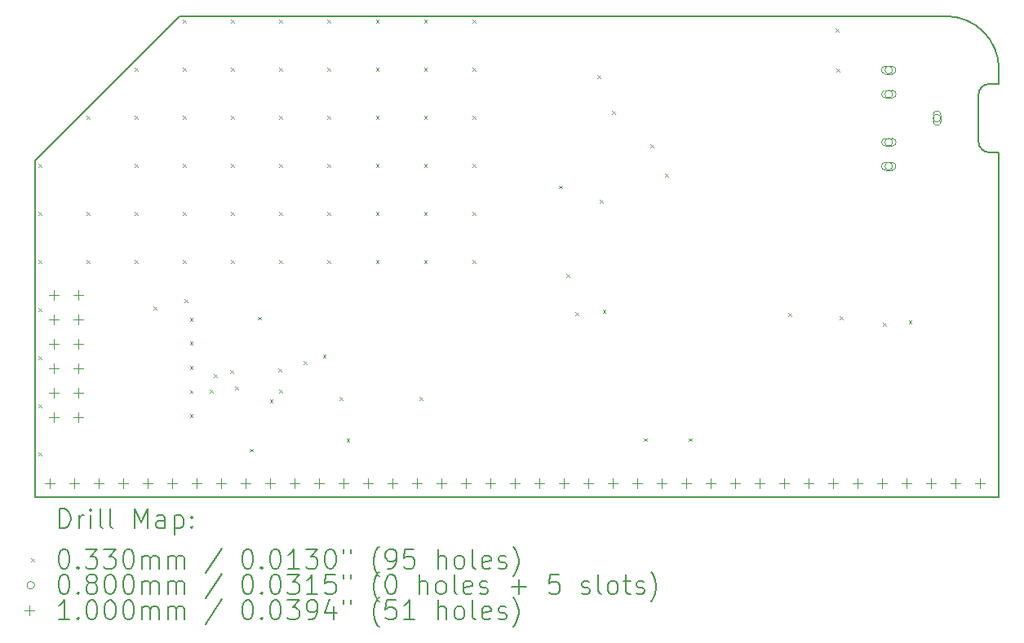
<source format=gbr>
%TF.GenerationSoftware,KiCad,Pcbnew,9.0.1+1*%
%TF.CreationDate,2025-08-31T09:06:52+00:00*%
%TF.ProjectId,rcbus-ymf262,72636275-732d-4796-9d66-3236322e6b69,@version@*%
%TF.SameCoordinates,Original*%
%TF.FileFunction,Drillmap*%
%TF.FilePolarity,Positive*%
%FSLAX45Y45*%
G04 Gerber Fmt 4.5, Leading zero omitted, Abs format (unit mm)*
G04 Created by KiCad (PCBNEW 9.0.1+1) date 2025-08-31 09:06:52*
%MOMM*%
%LPD*%
G01*
G04 APERTURE LIST*
%ADD10C,0.150000*%
%ADD11C,0.200000*%
%ADD12C,0.100000*%
G04 APERTURE END LIST*
D10*
X15836900Y-12268200D02*
X15836900Y-12750800D01*
X16050000Y-12153900D02*
X16050000Y-12000000D01*
X15500000Y-11450000D02*
X7550000Y-11450000D01*
X15500000Y-11450000D02*
G75*
G02*
X16050000Y-12000000I0J-550000D01*
G01*
X16050000Y-12153900D02*
X15951200Y-12153900D01*
X16050000Y-12865100D02*
X15951200Y-12865100D01*
X6050000Y-12950000D02*
X7550000Y-11450000D01*
X6050000Y-12950000D02*
X6050000Y-16450000D01*
X15951200Y-12865100D02*
G75*
G02*
X15836900Y-12750800I0J114300D01*
G01*
X16050000Y-16450000D02*
X16050000Y-12865100D01*
X6050000Y-16450000D02*
X16050000Y-16450000D01*
X15836900Y-12268200D02*
G75*
G02*
X15951200Y-12153900I114300J0D01*
G01*
D11*
D12*
X6083490Y-12983490D02*
X6116510Y-13016510D01*
X6116510Y-12983490D02*
X6083490Y-13016510D01*
X6083490Y-13483490D02*
X6116510Y-13516510D01*
X6116510Y-13483490D02*
X6083490Y-13516510D01*
X6083490Y-13983490D02*
X6116510Y-14016510D01*
X6116510Y-13983490D02*
X6083490Y-14016510D01*
X6083490Y-14483490D02*
X6116510Y-14516510D01*
X6116510Y-14483490D02*
X6083490Y-14516510D01*
X6083490Y-14983490D02*
X6116510Y-15016510D01*
X6116510Y-14983490D02*
X6083490Y-15016510D01*
X6083490Y-15483490D02*
X6116510Y-15516510D01*
X6116510Y-15483490D02*
X6083490Y-15516510D01*
X6083490Y-15983490D02*
X6116510Y-16016510D01*
X6116510Y-15983490D02*
X6083490Y-16016510D01*
X6583490Y-12483490D02*
X6616510Y-12516510D01*
X6616510Y-12483490D02*
X6583490Y-12516510D01*
X6583490Y-13483490D02*
X6616510Y-13516510D01*
X6616510Y-13483490D02*
X6583490Y-13516510D01*
X6583490Y-13983490D02*
X6616510Y-14016510D01*
X6616510Y-13983490D02*
X6583490Y-14016510D01*
X7083490Y-11983490D02*
X7116510Y-12016510D01*
X7116510Y-11983490D02*
X7083490Y-12016510D01*
X7083490Y-12483490D02*
X7116510Y-12516510D01*
X7116510Y-12483490D02*
X7083490Y-12516510D01*
X7083490Y-12983490D02*
X7116510Y-13016510D01*
X7116510Y-12983490D02*
X7083490Y-13016510D01*
X7083490Y-13483490D02*
X7116510Y-13516510D01*
X7116510Y-13483490D02*
X7083490Y-13516510D01*
X7083490Y-13983490D02*
X7116510Y-14016510D01*
X7116510Y-13983490D02*
X7083490Y-14016510D01*
X7279150Y-14464970D02*
X7312170Y-14497990D01*
X7312170Y-14464970D02*
X7279150Y-14497990D01*
X7583490Y-11483490D02*
X7616510Y-11516510D01*
X7616510Y-11483490D02*
X7583490Y-11516510D01*
X7583490Y-11983490D02*
X7616510Y-12016510D01*
X7616510Y-11983490D02*
X7583490Y-12016510D01*
X7583490Y-12483490D02*
X7616510Y-12516510D01*
X7616510Y-12483490D02*
X7583490Y-12516510D01*
X7583490Y-12983490D02*
X7616510Y-13016510D01*
X7616510Y-12983490D02*
X7583490Y-13016510D01*
X7583490Y-13483490D02*
X7616510Y-13516510D01*
X7616510Y-13483490D02*
X7583490Y-13516510D01*
X7583490Y-13983490D02*
X7616510Y-14016510D01*
X7616510Y-13983490D02*
X7583490Y-14016510D01*
X7597792Y-14389188D02*
X7630812Y-14422208D01*
X7630812Y-14389188D02*
X7597792Y-14422208D01*
X7653490Y-14583490D02*
X7686510Y-14616510D01*
X7686510Y-14583490D02*
X7653490Y-14616510D01*
X7653490Y-14833490D02*
X7686510Y-14866510D01*
X7686510Y-14833490D02*
X7653490Y-14866510D01*
X7653490Y-15083490D02*
X7686510Y-15116510D01*
X7686510Y-15083490D02*
X7653490Y-15116510D01*
X7653490Y-15333490D02*
X7686510Y-15366510D01*
X7686510Y-15333490D02*
X7653490Y-15366510D01*
X7653490Y-15583490D02*
X7686510Y-15616510D01*
X7686510Y-15583490D02*
X7653490Y-15616510D01*
X7864014Y-15330666D02*
X7897034Y-15363686D01*
X7897034Y-15330666D02*
X7864014Y-15363686D01*
X7901166Y-15171575D02*
X7934186Y-15204595D01*
X7934186Y-15171575D02*
X7901166Y-15204595D01*
X8070916Y-15128933D02*
X8103936Y-15161953D01*
X8103936Y-15128933D02*
X8070916Y-15161953D01*
X8083490Y-11483490D02*
X8116510Y-11516510D01*
X8116510Y-11483490D02*
X8083490Y-11516510D01*
X8083490Y-11983490D02*
X8116510Y-12016510D01*
X8116510Y-11983490D02*
X8083490Y-12016510D01*
X8083490Y-12483490D02*
X8116510Y-12516510D01*
X8116510Y-12483490D02*
X8083490Y-12516510D01*
X8083490Y-12983490D02*
X8116510Y-13016510D01*
X8116510Y-12983490D02*
X8083490Y-13016510D01*
X8083490Y-13483490D02*
X8116510Y-13516510D01*
X8116510Y-13483490D02*
X8083490Y-13516510D01*
X8083490Y-13983490D02*
X8116510Y-14016510D01*
X8116510Y-13983490D02*
X8083490Y-14016510D01*
X8120312Y-15295312D02*
X8153332Y-15328332D01*
X8153332Y-15295312D02*
X8120312Y-15328332D01*
X8277230Y-15943490D02*
X8310250Y-15976510D01*
X8310250Y-15943490D02*
X8277230Y-15976510D01*
X8356597Y-14571680D02*
X8389617Y-14604700D01*
X8389617Y-14571680D02*
X8356597Y-14604700D01*
X8483490Y-15428490D02*
X8516510Y-15461510D01*
X8516510Y-15428490D02*
X8483490Y-15461510D01*
X8573081Y-15107490D02*
X8606101Y-15140510D01*
X8606101Y-15107490D02*
X8573081Y-15140510D01*
X8581870Y-15328470D02*
X8614890Y-15361490D01*
X8614890Y-15328470D02*
X8581870Y-15361490D01*
X8583490Y-11483490D02*
X8616510Y-11516510D01*
X8616510Y-11483490D02*
X8583490Y-11516510D01*
X8583490Y-11983490D02*
X8616510Y-12016510D01*
X8616510Y-11983490D02*
X8583490Y-12016510D01*
X8583490Y-12483490D02*
X8616510Y-12516510D01*
X8616510Y-12483490D02*
X8583490Y-12516510D01*
X8583490Y-12983490D02*
X8616510Y-13016510D01*
X8616510Y-12983490D02*
X8583490Y-13016510D01*
X8583490Y-13483490D02*
X8616510Y-13516510D01*
X8616510Y-13483490D02*
X8583490Y-13516510D01*
X8583490Y-13983490D02*
X8616510Y-14016510D01*
X8616510Y-13983490D02*
X8583490Y-14016510D01*
X8833490Y-15030970D02*
X8866510Y-15063990D01*
X8866510Y-15030970D02*
X8833490Y-15063990D01*
X9033490Y-14965250D02*
X9066510Y-14998270D01*
X9066510Y-14965250D02*
X9033490Y-14998270D01*
X9083490Y-11483490D02*
X9116510Y-11516510D01*
X9116510Y-11483490D02*
X9083490Y-11516510D01*
X9083490Y-11983490D02*
X9116510Y-12016510D01*
X9116510Y-11983490D02*
X9083490Y-12016510D01*
X9083490Y-12483490D02*
X9116510Y-12516510D01*
X9116510Y-12483490D02*
X9083490Y-12516510D01*
X9083490Y-12983490D02*
X9116510Y-13016510D01*
X9116510Y-12983490D02*
X9083490Y-13016510D01*
X9083490Y-13483490D02*
X9116510Y-13516510D01*
X9116510Y-13483490D02*
X9083490Y-13516510D01*
X9083490Y-13983490D02*
X9116510Y-14016510D01*
X9116510Y-13983490D02*
X9083490Y-14016510D01*
X9204750Y-15408490D02*
X9237770Y-15441510D01*
X9237770Y-15408490D02*
X9204750Y-15441510D01*
X9279052Y-15833860D02*
X9312072Y-15866880D01*
X9312072Y-15833860D02*
X9279052Y-15866880D01*
X9583490Y-11483490D02*
X9616510Y-11516510D01*
X9616510Y-11483490D02*
X9583490Y-11516510D01*
X9583490Y-11983490D02*
X9616510Y-12016510D01*
X9616510Y-11983490D02*
X9583490Y-12016510D01*
X9583490Y-12483490D02*
X9616510Y-12516510D01*
X9616510Y-12483490D02*
X9583490Y-12516510D01*
X9583490Y-12983490D02*
X9616510Y-13016510D01*
X9616510Y-12983490D02*
X9583490Y-13016510D01*
X9583490Y-13483490D02*
X9616510Y-13516510D01*
X9616510Y-13483490D02*
X9583490Y-13516510D01*
X9583490Y-13983490D02*
X9616510Y-14016510D01*
X9616510Y-13983490D02*
X9583490Y-14016510D01*
X10033490Y-15408490D02*
X10066510Y-15441510D01*
X10066510Y-15408490D02*
X10033490Y-15441510D01*
X10083490Y-11483490D02*
X10116510Y-11516510D01*
X10116510Y-11483490D02*
X10083490Y-11516510D01*
X10083490Y-11983490D02*
X10116510Y-12016510D01*
X10116510Y-11983490D02*
X10083490Y-12016510D01*
X10083490Y-12483490D02*
X10116510Y-12516510D01*
X10116510Y-12483490D02*
X10083490Y-12516510D01*
X10083490Y-12983490D02*
X10116510Y-13016510D01*
X10116510Y-12983490D02*
X10083490Y-13016510D01*
X10083490Y-13483490D02*
X10116510Y-13516510D01*
X10116510Y-13483490D02*
X10083490Y-13516510D01*
X10083490Y-13983490D02*
X10116510Y-14016510D01*
X10116510Y-13983490D02*
X10083490Y-14016510D01*
X10583490Y-11483490D02*
X10616510Y-11516510D01*
X10616510Y-11483490D02*
X10583490Y-11516510D01*
X10583490Y-11983490D02*
X10616510Y-12016510D01*
X10616510Y-11983490D02*
X10583490Y-12016510D01*
X10583490Y-12483490D02*
X10616510Y-12516510D01*
X10616510Y-12483490D02*
X10583490Y-12516510D01*
X10583490Y-12983490D02*
X10616510Y-13016510D01*
X10616510Y-12983490D02*
X10583490Y-13016510D01*
X10583490Y-13483490D02*
X10616510Y-13516510D01*
X10616510Y-13483490D02*
X10583490Y-13516510D01*
X10583490Y-13983490D02*
X10616510Y-14016510D01*
X10616510Y-13983490D02*
X10583490Y-14016510D01*
X11483490Y-13208490D02*
X11516510Y-13241510D01*
X11516510Y-13208490D02*
X11483490Y-13241510D01*
X11563490Y-14123490D02*
X11596510Y-14156510D01*
X11596510Y-14123490D02*
X11563490Y-14156510D01*
X11653490Y-14523490D02*
X11686510Y-14556510D01*
X11686510Y-14523490D02*
X11653490Y-14556510D01*
X11883490Y-12058490D02*
X11916510Y-12091510D01*
X11916510Y-12058490D02*
X11883490Y-12091510D01*
X11908490Y-13358490D02*
X11941510Y-13391510D01*
X11941510Y-13358490D02*
X11908490Y-13391510D01*
X11937231Y-14497863D02*
X11970251Y-14530883D01*
X11970251Y-14497863D02*
X11937231Y-14530883D01*
X12033490Y-12433490D02*
X12066510Y-12466510D01*
X12066510Y-12433490D02*
X12033490Y-12466510D01*
X12363490Y-15833490D02*
X12396510Y-15866510D01*
X12396510Y-15833490D02*
X12363490Y-15866510D01*
X12433490Y-12783490D02*
X12466510Y-12816510D01*
X12466510Y-12783490D02*
X12433490Y-12816510D01*
X12583490Y-13083490D02*
X12616510Y-13116510D01*
X12616510Y-13083490D02*
X12583490Y-13116510D01*
X12831990Y-15833490D02*
X12865010Y-15866510D01*
X12865010Y-15833490D02*
X12831990Y-15866510D01*
X13865230Y-14530300D02*
X13898250Y-14563320D01*
X13898250Y-14530300D02*
X13865230Y-14563320D01*
X14353700Y-11582240D02*
X14386720Y-11615260D01*
X14386720Y-11582240D02*
X14353700Y-11615260D01*
X14363490Y-11993490D02*
X14396510Y-12026510D01*
X14396510Y-11993490D02*
X14363490Y-12026510D01*
X14399560Y-14570490D02*
X14432580Y-14603510D01*
X14432580Y-14570490D02*
X14399560Y-14603510D01*
X14843080Y-14633920D02*
X14876100Y-14666940D01*
X14876100Y-14633920D02*
X14843080Y-14666940D01*
X15112880Y-14613020D02*
X15145900Y-14646040D01*
X15145900Y-14613020D02*
X15112880Y-14646040D01*
X14946900Y-12009500D02*
G75*
G02*
X14866900Y-12009500I-40000J0D01*
G01*
X14866900Y-12009500D02*
G75*
G02*
X14946900Y-12009500I40000J0D01*
G01*
X14941900Y-11969500D02*
X14871900Y-11969500D01*
X14871900Y-12049500D02*
G75*
G02*
X14871900Y-11969500I0J40000D01*
G01*
X14871900Y-12049500D02*
X14941900Y-12049500D01*
X14941900Y-12049500D02*
G75*
G03*
X14941900Y-11969500I0J40000D01*
G01*
X14946900Y-12259500D02*
G75*
G02*
X14866900Y-12259500I-40000J0D01*
G01*
X14866900Y-12259500D02*
G75*
G02*
X14946900Y-12259500I40000J0D01*
G01*
X14941900Y-12219500D02*
X14871900Y-12219500D01*
X14871900Y-12299500D02*
G75*
G02*
X14871900Y-12219500I0J40000D01*
G01*
X14871900Y-12299500D02*
X14941900Y-12299500D01*
X14941900Y-12299500D02*
G75*
G03*
X14941900Y-12219500I0J40000D01*
G01*
X14946900Y-12759500D02*
G75*
G02*
X14866900Y-12759500I-40000J0D01*
G01*
X14866900Y-12759500D02*
G75*
G02*
X14946900Y-12759500I40000J0D01*
G01*
X14941900Y-12719500D02*
X14871900Y-12719500D01*
X14871900Y-12799500D02*
G75*
G02*
X14871900Y-12719500I0J40000D01*
G01*
X14871900Y-12799500D02*
X14941900Y-12799500D01*
X14941900Y-12799500D02*
G75*
G03*
X14941900Y-12719500I0J40000D01*
G01*
X14946900Y-13009500D02*
G75*
G02*
X14866900Y-13009500I-40000J0D01*
G01*
X14866900Y-13009500D02*
G75*
G02*
X14946900Y-13009500I40000J0D01*
G01*
X14941900Y-12969500D02*
X14871900Y-12969500D01*
X14871900Y-13049500D02*
G75*
G02*
X14871900Y-12969500I0J40000D01*
G01*
X14871900Y-13049500D02*
X14941900Y-13049500D01*
X14941900Y-13049500D02*
G75*
G03*
X14941900Y-12969500I0J40000D01*
G01*
X15446900Y-12509500D02*
G75*
G02*
X15366900Y-12509500I-40000J0D01*
G01*
X15366900Y-12509500D02*
G75*
G02*
X15446900Y-12509500I40000J0D01*
G01*
X15446900Y-12544500D02*
X15446900Y-12474500D01*
X15366900Y-12474500D02*
G75*
G02*
X15446900Y-12474500I40000J0D01*
G01*
X15366900Y-12474500D02*
X15366900Y-12544500D01*
X15366900Y-12544500D02*
G75*
G03*
X15446900Y-12544500I40000J0D01*
G01*
X6200000Y-16250000D02*
X6200000Y-16350000D01*
X6150000Y-16300000D02*
X6250000Y-16300000D01*
X6246000Y-14296000D02*
X6246000Y-14396000D01*
X6196000Y-14346000D02*
X6296000Y-14346000D01*
X6246000Y-14550000D02*
X6246000Y-14650000D01*
X6196000Y-14600000D02*
X6296000Y-14600000D01*
X6246000Y-14804000D02*
X6246000Y-14904000D01*
X6196000Y-14854000D02*
X6296000Y-14854000D01*
X6246000Y-15058000D02*
X6246000Y-15158000D01*
X6196000Y-15108000D02*
X6296000Y-15108000D01*
X6246000Y-15312000D02*
X6246000Y-15412000D01*
X6196000Y-15362000D02*
X6296000Y-15362000D01*
X6246000Y-15566000D02*
X6246000Y-15666000D01*
X6196000Y-15616000D02*
X6296000Y-15616000D01*
X6454000Y-16250000D02*
X6454000Y-16350000D01*
X6404000Y-16300000D02*
X6504000Y-16300000D01*
X6500000Y-14296000D02*
X6500000Y-14396000D01*
X6450000Y-14346000D02*
X6550000Y-14346000D01*
X6500000Y-14550000D02*
X6500000Y-14650000D01*
X6450000Y-14600000D02*
X6550000Y-14600000D01*
X6500000Y-14804000D02*
X6500000Y-14904000D01*
X6450000Y-14854000D02*
X6550000Y-14854000D01*
X6500000Y-15058000D02*
X6500000Y-15158000D01*
X6450000Y-15108000D02*
X6550000Y-15108000D01*
X6500000Y-15312000D02*
X6500000Y-15412000D01*
X6450000Y-15362000D02*
X6550000Y-15362000D01*
X6500000Y-15566000D02*
X6500000Y-15666000D01*
X6450000Y-15616000D02*
X6550000Y-15616000D01*
X6708000Y-16250000D02*
X6708000Y-16350000D01*
X6658000Y-16300000D02*
X6758000Y-16300000D01*
X6962000Y-16250000D02*
X6962000Y-16350000D01*
X6912000Y-16300000D02*
X7012000Y-16300000D01*
X7216000Y-16250000D02*
X7216000Y-16350000D01*
X7166000Y-16300000D02*
X7266000Y-16300000D01*
X7470000Y-16250000D02*
X7470000Y-16350000D01*
X7420000Y-16300000D02*
X7520000Y-16300000D01*
X7724000Y-16250000D02*
X7724000Y-16350000D01*
X7674000Y-16300000D02*
X7774000Y-16300000D01*
X7978000Y-16250000D02*
X7978000Y-16350000D01*
X7928000Y-16300000D02*
X8028000Y-16300000D01*
X8232000Y-16250000D02*
X8232000Y-16350000D01*
X8182000Y-16300000D02*
X8282000Y-16300000D01*
X8486000Y-16250000D02*
X8486000Y-16350000D01*
X8436000Y-16300000D02*
X8536000Y-16300000D01*
X8740000Y-16250000D02*
X8740000Y-16350000D01*
X8690000Y-16300000D02*
X8790000Y-16300000D01*
X8994000Y-16250000D02*
X8994000Y-16350000D01*
X8944000Y-16300000D02*
X9044000Y-16300000D01*
X9248000Y-16250000D02*
X9248000Y-16350000D01*
X9198000Y-16300000D02*
X9298000Y-16300000D01*
X9502000Y-16250000D02*
X9502000Y-16350000D01*
X9452000Y-16300000D02*
X9552000Y-16300000D01*
X9756000Y-16250000D02*
X9756000Y-16350000D01*
X9706000Y-16300000D02*
X9806000Y-16300000D01*
X10010000Y-16250000D02*
X10010000Y-16350000D01*
X9960000Y-16300000D02*
X10060000Y-16300000D01*
X10264000Y-16250000D02*
X10264000Y-16350000D01*
X10214000Y-16300000D02*
X10314000Y-16300000D01*
X10518000Y-16250000D02*
X10518000Y-16350000D01*
X10468000Y-16300000D02*
X10568000Y-16300000D01*
X10772000Y-16250000D02*
X10772000Y-16350000D01*
X10722000Y-16300000D02*
X10822000Y-16300000D01*
X11026000Y-16250000D02*
X11026000Y-16350000D01*
X10976000Y-16300000D02*
X11076000Y-16300000D01*
X11280000Y-16250000D02*
X11280000Y-16350000D01*
X11230000Y-16300000D02*
X11330000Y-16300000D01*
X11534000Y-16250000D02*
X11534000Y-16350000D01*
X11484000Y-16300000D02*
X11584000Y-16300000D01*
X11788000Y-16250000D02*
X11788000Y-16350000D01*
X11738000Y-16300000D02*
X11838000Y-16300000D01*
X12042000Y-16250000D02*
X12042000Y-16350000D01*
X11992000Y-16300000D02*
X12092000Y-16300000D01*
X12296000Y-16250000D02*
X12296000Y-16350000D01*
X12246000Y-16300000D02*
X12346000Y-16300000D01*
X12550000Y-16250000D02*
X12550000Y-16350000D01*
X12500000Y-16300000D02*
X12600000Y-16300000D01*
X12804000Y-16250000D02*
X12804000Y-16350000D01*
X12754000Y-16300000D02*
X12854000Y-16300000D01*
X13058000Y-16250000D02*
X13058000Y-16350000D01*
X13008000Y-16300000D02*
X13108000Y-16300000D01*
X13312000Y-16250000D02*
X13312000Y-16350000D01*
X13262000Y-16300000D02*
X13362000Y-16300000D01*
X13566000Y-16250000D02*
X13566000Y-16350000D01*
X13516000Y-16300000D02*
X13616000Y-16300000D01*
X13820000Y-16250000D02*
X13820000Y-16350000D01*
X13770000Y-16300000D02*
X13870000Y-16300000D01*
X14074000Y-16250000D02*
X14074000Y-16350000D01*
X14024000Y-16300000D02*
X14124000Y-16300000D01*
X14328000Y-16250000D02*
X14328000Y-16350000D01*
X14278000Y-16300000D02*
X14378000Y-16300000D01*
X14582000Y-16250000D02*
X14582000Y-16350000D01*
X14532000Y-16300000D02*
X14632000Y-16300000D01*
X14836000Y-16250000D02*
X14836000Y-16350000D01*
X14786000Y-16300000D02*
X14886000Y-16300000D01*
X15090000Y-16250000D02*
X15090000Y-16350000D01*
X15040000Y-16300000D02*
X15140000Y-16300000D01*
X15344000Y-16250000D02*
X15344000Y-16350000D01*
X15294000Y-16300000D02*
X15394000Y-16300000D01*
X15598000Y-16250000D02*
X15598000Y-16350000D01*
X15548000Y-16300000D02*
X15648000Y-16300000D01*
X15852000Y-16250000D02*
X15852000Y-16350000D01*
X15802000Y-16300000D02*
X15902000Y-16300000D01*
D11*
X6303277Y-16768984D02*
X6303277Y-16568984D01*
X6303277Y-16568984D02*
X6350896Y-16568984D01*
X6350896Y-16568984D02*
X6379467Y-16578508D01*
X6379467Y-16578508D02*
X6398515Y-16597555D01*
X6398515Y-16597555D02*
X6408039Y-16616603D01*
X6408039Y-16616603D02*
X6417562Y-16654698D01*
X6417562Y-16654698D02*
X6417562Y-16683269D01*
X6417562Y-16683269D02*
X6408039Y-16721365D01*
X6408039Y-16721365D02*
X6398515Y-16740412D01*
X6398515Y-16740412D02*
X6379467Y-16759460D01*
X6379467Y-16759460D02*
X6350896Y-16768984D01*
X6350896Y-16768984D02*
X6303277Y-16768984D01*
X6503277Y-16768984D02*
X6503277Y-16635650D01*
X6503277Y-16673746D02*
X6512801Y-16654698D01*
X6512801Y-16654698D02*
X6522324Y-16645174D01*
X6522324Y-16645174D02*
X6541372Y-16635650D01*
X6541372Y-16635650D02*
X6560420Y-16635650D01*
X6627086Y-16768984D02*
X6627086Y-16635650D01*
X6627086Y-16568984D02*
X6617562Y-16578508D01*
X6617562Y-16578508D02*
X6627086Y-16588031D01*
X6627086Y-16588031D02*
X6636610Y-16578508D01*
X6636610Y-16578508D02*
X6627086Y-16568984D01*
X6627086Y-16568984D02*
X6627086Y-16588031D01*
X6750896Y-16768984D02*
X6731848Y-16759460D01*
X6731848Y-16759460D02*
X6722324Y-16740412D01*
X6722324Y-16740412D02*
X6722324Y-16568984D01*
X6855658Y-16768984D02*
X6836610Y-16759460D01*
X6836610Y-16759460D02*
X6827086Y-16740412D01*
X6827086Y-16740412D02*
X6827086Y-16568984D01*
X7084229Y-16768984D02*
X7084229Y-16568984D01*
X7084229Y-16568984D02*
X7150896Y-16711841D01*
X7150896Y-16711841D02*
X7217562Y-16568984D01*
X7217562Y-16568984D02*
X7217562Y-16768984D01*
X7398515Y-16768984D02*
X7398515Y-16664222D01*
X7398515Y-16664222D02*
X7388991Y-16645174D01*
X7388991Y-16645174D02*
X7369943Y-16635650D01*
X7369943Y-16635650D02*
X7331848Y-16635650D01*
X7331848Y-16635650D02*
X7312801Y-16645174D01*
X7398515Y-16759460D02*
X7379467Y-16768984D01*
X7379467Y-16768984D02*
X7331848Y-16768984D01*
X7331848Y-16768984D02*
X7312801Y-16759460D01*
X7312801Y-16759460D02*
X7303277Y-16740412D01*
X7303277Y-16740412D02*
X7303277Y-16721365D01*
X7303277Y-16721365D02*
X7312801Y-16702317D01*
X7312801Y-16702317D02*
X7331848Y-16692793D01*
X7331848Y-16692793D02*
X7379467Y-16692793D01*
X7379467Y-16692793D02*
X7398515Y-16683269D01*
X7493753Y-16635650D02*
X7493753Y-16835650D01*
X7493753Y-16645174D02*
X7512801Y-16635650D01*
X7512801Y-16635650D02*
X7550896Y-16635650D01*
X7550896Y-16635650D02*
X7569943Y-16645174D01*
X7569943Y-16645174D02*
X7579467Y-16654698D01*
X7579467Y-16654698D02*
X7588991Y-16673746D01*
X7588991Y-16673746D02*
X7588991Y-16730888D01*
X7588991Y-16730888D02*
X7579467Y-16749936D01*
X7579467Y-16749936D02*
X7569943Y-16759460D01*
X7569943Y-16759460D02*
X7550896Y-16768984D01*
X7550896Y-16768984D02*
X7512801Y-16768984D01*
X7512801Y-16768984D02*
X7493753Y-16759460D01*
X7674705Y-16749936D02*
X7684229Y-16759460D01*
X7684229Y-16759460D02*
X7674705Y-16768984D01*
X7674705Y-16768984D02*
X7665182Y-16759460D01*
X7665182Y-16759460D02*
X7674705Y-16749936D01*
X7674705Y-16749936D02*
X7674705Y-16768984D01*
X7674705Y-16645174D02*
X7684229Y-16654698D01*
X7684229Y-16654698D02*
X7674705Y-16664222D01*
X7674705Y-16664222D02*
X7665182Y-16654698D01*
X7665182Y-16654698D02*
X7674705Y-16645174D01*
X7674705Y-16645174D02*
X7674705Y-16664222D01*
D12*
X6009480Y-17080990D02*
X6042500Y-17114010D01*
X6042500Y-17080990D02*
X6009480Y-17114010D01*
D11*
X6341372Y-16988984D02*
X6360420Y-16988984D01*
X6360420Y-16988984D02*
X6379467Y-16998508D01*
X6379467Y-16998508D02*
X6388991Y-17008031D01*
X6388991Y-17008031D02*
X6398515Y-17027079D01*
X6398515Y-17027079D02*
X6408039Y-17065174D01*
X6408039Y-17065174D02*
X6408039Y-17112793D01*
X6408039Y-17112793D02*
X6398515Y-17150889D01*
X6398515Y-17150889D02*
X6388991Y-17169936D01*
X6388991Y-17169936D02*
X6379467Y-17179460D01*
X6379467Y-17179460D02*
X6360420Y-17188984D01*
X6360420Y-17188984D02*
X6341372Y-17188984D01*
X6341372Y-17188984D02*
X6322324Y-17179460D01*
X6322324Y-17179460D02*
X6312801Y-17169936D01*
X6312801Y-17169936D02*
X6303277Y-17150889D01*
X6303277Y-17150889D02*
X6293753Y-17112793D01*
X6293753Y-17112793D02*
X6293753Y-17065174D01*
X6293753Y-17065174D02*
X6303277Y-17027079D01*
X6303277Y-17027079D02*
X6312801Y-17008031D01*
X6312801Y-17008031D02*
X6322324Y-16998508D01*
X6322324Y-16998508D02*
X6341372Y-16988984D01*
X6493753Y-17169936D02*
X6503277Y-17179460D01*
X6503277Y-17179460D02*
X6493753Y-17188984D01*
X6493753Y-17188984D02*
X6484229Y-17179460D01*
X6484229Y-17179460D02*
X6493753Y-17169936D01*
X6493753Y-17169936D02*
X6493753Y-17188984D01*
X6569943Y-16988984D02*
X6693753Y-16988984D01*
X6693753Y-16988984D02*
X6627086Y-17065174D01*
X6627086Y-17065174D02*
X6655658Y-17065174D01*
X6655658Y-17065174D02*
X6674705Y-17074698D01*
X6674705Y-17074698D02*
X6684229Y-17084222D01*
X6684229Y-17084222D02*
X6693753Y-17103270D01*
X6693753Y-17103270D02*
X6693753Y-17150889D01*
X6693753Y-17150889D02*
X6684229Y-17169936D01*
X6684229Y-17169936D02*
X6674705Y-17179460D01*
X6674705Y-17179460D02*
X6655658Y-17188984D01*
X6655658Y-17188984D02*
X6598515Y-17188984D01*
X6598515Y-17188984D02*
X6579467Y-17179460D01*
X6579467Y-17179460D02*
X6569943Y-17169936D01*
X6760420Y-16988984D02*
X6884229Y-16988984D01*
X6884229Y-16988984D02*
X6817562Y-17065174D01*
X6817562Y-17065174D02*
X6846134Y-17065174D01*
X6846134Y-17065174D02*
X6865182Y-17074698D01*
X6865182Y-17074698D02*
X6874705Y-17084222D01*
X6874705Y-17084222D02*
X6884229Y-17103270D01*
X6884229Y-17103270D02*
X6884229Y-17150889D01*
X6884229Y-17150889D02*
X6874705Y-17169936D01*
X6874705Y-17169936D02*
X6865182Y-17179460D01*
X6865182Y-17179460D02*
X6846134Y-17188984D01*
X6846134Y-17188984D02*
X6788991Y-17188984D01*
X6788991Y-17188984D02*
X6769943Y-17179460D01*
X6769943Y-17179460D02*
X6760420Y-17169936D01*
X7008039Y-16988984D02*
X7027086Y-16988984D01*
X7027086Y-16988984D02*
X7046134Y-16998508D01*
X7046134Y-16998508D02*
X7055658Y-17008031D01*
X7055658Y-17008031D02*
X7065182Y-17027079D01*
X7065182Y-17027079D02*
X7074705Y-17065174D01*
X7074705Y-17065174D02*
X7074705Y-17112793D01*
X7074705Y-17112793D02*
X7065182Y-17150889D01*
X7065182Y-17150889D02*
X7055658Y-17169936D01*
X7055658Y-17169936D02*
X7046134Y-17179460D01*
X7046134Y-17179460D02*
X7027086Y-17188984D01*
X7027086Y-17188984D02*
X7008039Y-17188984D01*
X7008039Y-17188984D02*
X6988991Y-17179460D01*
X6988991Y-17179460D02*
X6979467Y-17169936D01*
X6979467Y-17169936D02*
X6969943Y-17150889D01*
X6969943Y-17150889D02*
X6960420Y-17112793D01*
X6960420Y-17112793D02*
X6960420Y-17065174D01*
X6960420Y-17065174D02*
X6969943Y-17027079D01*
X6969943Y-17027079D02*
X6979467Y-17008031D01*
X6979467Y-17008031D02*
X6988991Y-16998508D01*
X6988991Y-16998508D02*
X7008039Y-16988984D01*
X7160420Y-17188984D02*
X7160420Y-17055650D01*
X7160420Y-17074698D02*
X7169943Y-17065174D01*
X7169943Y-17065174D02*
X7188991Y-17055650D01*
X7188991Y-17055650D02*
X7217563Y-17055650D01*
X7217563Y-17055650D02*
X7236610Y-17065174D01*
X7236610Y-17065174D02*
X7246134Y-17084222D01*
X7246134Y-17084222D02*
X7246134Y-17188984D01*
X7246134Y-17084222D02*
X7255658Y-17065174D01*
X7255658Y-17065174D02*
X7274705Y-17055650D01*
X7274705Y-17055650D02*
X7303277Y-17055650D01*
X7303277Y-17055650D02*
X7322324Y-17065174D01*
X7322324Y-17065174D02*
X7331848Y-17084222D01*
X7331848Y-17084222D02*
X7331848Y-17188984D01*
X7427086Y-17188984D02*
X7427086Y-17055650D01*
X7427086Y-17074698D02*
X7436610Y-17065174D01*
X7436610Y-17065174D02*
X7455658Y-17055650D01*
X7455658Y-17055650D02*
X7484229Y-17055650D01*
X7484229Y-17055650D02*
X7503277Y-17065174D01*
X7503277Y-17065174D02*
X7512801Y-17084222D01*
X7512801Y-17084222D02*
X7512801Y-17188984D01*
X7512801Y-17084222D02*
X7522324Y-17065174D01*
X7522324Y-17065174D02*
X7541372Y-17055650D01*
X7541372Y-17055650D02*
X7569943Y-17055650D01*
X7569943Y-17055650D02*
X7588991Y-17065174D01*
X7588991Y-17065174D02*
X7598515Y-17084222D01*
X7598515Y-17084222D02*
X7598515Y-17188984D01*
X7988991Y-16979460D02*
X7817563Y-17236603D01*
X8246134Y-16988984D02*
X8265182Y-16988984D01*
X8265182Y-16988984D02*
X8284229Y-16998508D01*
X8284229Y-16998508D02*
X8293753Y-17008031D01*
X8293753Y-17008031D02*
X8303277Y-17027079D01*
X8303277Y-17027079D02*
X8312801Y-17065174D01*
X8312801Y-17065174D02*
X8312801Y-17112793D01*
X8312801Y-17112793D02*
X8303277Y-17150889D01*
X8303277Y-17150889D02*
X8293753Y-17169936D01*
X8293753Y-17169936D02*
X8284229Y-17179460D01*
X8284229Y-17179460D02*
X8265182Y-17188984D01*
X8265182Y-17188984D02*
X8246134Y-17188984D01*
X8246134Y-17188984D02*
X8227086Y-17179460D01*
X8227086Y-17179460D02*
X8217563Y-17169936D01*
X8217563Y-17169936D02*
X8208039Y-17150889D01*
X8208039Y-17150889D02*
X8198515Y-17112793D01*
X8198515Y-17112793D02*
X8198515Y-17065174D01*
X8198515Y-17065174D02*
X8208039Y-17027079D01*
X8208039Y-17027079D02*
X8217563Y-17008031D01*
X8217563Y-17008031D02*
X8227086Y-16998508D01*
X8227086Y-16998508D02*
X8246134Y-16988984D01*
X8398515Y-17169936D02*
X8408039Y-17179460D01*
X8408039Y-17179460D02*
X8398515Y-17188984D01*
X8398515Y-17188984D02*
X8388991Y-17179460D01*
X8388991Y-17179460D02*
X8398515Y-17169936D01*
X8398515Y-17169936D02*
X8398515Y-17188984D01*
X8531848Y-16988984D02*
X8550896Y-16988984D01*
X8550896Y-16988984D02*
X8569944Y-16998508D01*
X8569944Y-16998508D02*
X8579468Y-17008031D01*
X8579468Y-17008031D02*
X8588991Y-17027079D01*
X8588991Y-17027079D02*
X8598515Y-17065174D01*
X8598515Y-17065174D02*
X8598515Y-17112793D01*
X8598515Y-17112793D02*
X8588991Y-17150889D01*
X8588991Y-17150889D02*
X8579468Y-17169936D01*
X8579468Y-17169936D02*
X8569944Y-17179460D01*
X8569944Y-17179460D02*
X8550896Y-17188984D01*
X8550896Y-17188984D02*
X8531848Y-17188984D01*
X8531848Y-17188984D02*
X8512801Y-17179460D01*
X8512801Y-17179460D02*
X8503277Y-17169936D01*
X8503277Y-17169936D02*
X8493753Y-17150889D01*
X8493753Y-17150889D02*
X8484229Y-17112793D01*
X8484229Y-17112793D02*
X8484229Y-17065174D01*
X8484229Y-17065174D02*
X8493753Y-17027079D01*
X8493753Y-17027079D02*
X8503277Y-17008031D01*
X8503277Y-17008031D02*
X8512801Y-16998508D01*
X8512801Y-16998508D02*
X8531848Y-16988984D01*
X8788991Y-17188984D02*
X8674706Y-17188984D01*
X8731848Y-17188984D02*
X8731848Y-16988984D01*
X8731848Y-16988984D02*
X8712801Y-17017555D01*
X8712801Y-17017555D02*
X8693753Y-17036603D01*
X8693753Y-17036603D02*
X8674706Y-17046127D01*
X8855658Y-16988984D02*
X8979468Y-16988984D01*
X8979468Y-16988984D02*
X8912801Y-17065174D01*
X8912801Y-17065174D02*
X8941372Y-17065174D01*
X8941372Y-17065174D02*
X8960420Y-17074698D01*
X8960420Y-17074698D02*
X8969944Y-17084222D01*
X8969944Y-17084222D02*
X8979468Y-17103270D01*
X8979468Y-17103270D02*
X8979468Y-17150889D01*
X8979468Y-17150889D02*
X8969944Y-17169936D01*
X8969944Y-17169936D02*
X8960420Y-17179460D01*
X8960420Y-17179460D02*
X8941372Y-17188984D01*
X8941372Y-17188984D02*
X8884229Y-17188984D01*
X8884229Y-17188984D02*
X8865182Y-17179460D01*
X8865182Y-17179460D02*
X8855658Y-17169936D01*
X9103277Y-16988984D02*
X9122325Y-16988984D01*
X9122325Y-16988984D02*
X9141372Y-16998508D01*
X9141372Y-16998508D02*
X9150896Y-17008031D01*
X9150896Y-17008031D02*
X9160420Y-17027079D01*
X9160420Y-17027079D02*
X9169944Y-17065174D01*
X9169944Y-17065174D02*
X9169944Y-17112793D01*
X9169944Y-17112793D02*
X9160420Y-17150889D01*
X9160420Y-17150889D02*
X9150896Y-17169936D01*
X9150896Y-17169936D02*
X9141372Y-17179460D01*
X9141372Y-17179460D02*
X9122325Y-17188984D01*
X9122325Y-17188984D02*
X9103277Y-17188984D01*
X9103277Y-17188984D02*
X9084229Y-17179460D01*
X9084229Y-17179460D02*
X9074706Y-17169936D01*
X9074706Y-17169936D02*
X9065182Y-17150889D01*
X9065182Y-17150889D02*
X9055658Y-17112793D01*
X9055658Y-17112793D02*
X9055658Y-17065174D01*
X9055658Y-17065174D02*
X9065182Y-17027079D01*
X9065182Y-17027079D02*
X9074706Y-17008031D01*
X9074706Y-17008031D02*
X9084229Y-16998508D01*
X9084229Y-16998508D02*
X9103277Y-16988984D01*
X9246134Y-16988984D02*
X9246134Y-17027079D01*
X9322325Y-16988984D02*
X9322325Y-17027079D01*
X9617563Y-17265174D02*
X9608039Y-17255650D01*
X9608039Y-17255650D02*
X9588991Y-17227079D01*
X9588991Y-17227079D02*
X9579468Y-17208031D01*
X9579468Y-17208031D02*
X9569944Y-17179460D01*
X9569944Y-17179460D02*
X9560420Y-17131841D01*
X9560420Y-17131841D02*
X9560420Y-17093746D01*
X9560420Y-17093746D02*
X9569944Y-17046127D01*
X9569944Y-17046127D02*
X9579468Y-17017555D01*
X9579468Y-17017555D02*
X9588991Y-16998508D01*
X9588991Y-16998508D02*
X9608039Y-16969936D01*
X9608039Y-16969936D02*
X9617563Y-16960412D01*
X9703277Y-17188984D02*
X9741372Y-17188984D01*
X9741372Y-17188984D02*
X9760420Y-17179460D01*
X9760420Y-17179460D02*
X9769944Y-17169936D01*
X9769944Y-17169936D02*
X9788991Y-17141365D01*
X9788991Y-17141365D02*
X9798515Y-17103270D01*
X9798515Y-17103270D02*
X9798515Y-17027079D01*
X9798515Y-17027079D02*
X9788991Y-17008031D01*
X9788991Y-17008031D02*
X9779468Y-16998508D01*
X9779468Y-16998508D02*
X9760420Y-16988984D01*
X9760420Y-16988984D02*
X9722325Y-16988984D01*
X9722325Y-16988984D02*
X9703277Y-16998508D01*
X9703277Y-16998508D02*
X9693753Y-17008031D01*
X9693753Y-17008031D02*
X9684230Y-17027079D01*
X9684230Y-17027079D02*
X9684230Y-17074698D01*
X9684230Y-17074698D02*
X9693753Y-17093746D01*
X9693753Y-17093746D02*
X9703277Y-17103270D01*
X9703277Y-17103270D02*
X9722325Y-17112793D01*
X9722325Y-17112793D02*
X9760420Y-17112793D01*
X9760420Y-17112793D02*
X9779468Y-17103270D01*
X9779468Y-17103270D02*
X9788991Y-17093746D01*
X9788991Y-17093746D02*
X9798515Y-17074698D01*
X9979468Y-16988984D02*
X9884230Y-16988984D01*
X9884230Y-16988984D02*
X9874706Y-17084222D01*
X9874706Y-17084222D02*
X9884230Y-17074698D01*
X9884230Y-17074698D02*
X9903277Y-17065174D01*
X9903277Y-17065174D02*
X9950896Y-17065174D01*
X9950896Y-17065174D02*
X9969944Y-17074698D01*
X9969944Y-17074698D02*
X9979468Y-17084222D01*
X9979468Y-17084222D02*
X9988991Y-17103270D01*
X9988991Y-17103270D02*
X9988991Y-17150889D01*
X9988991Y-17150889D02*
X9979468Y-17169936D01*
X9979468Y-17169936D02*
X9969944Y-17179460D01*
X9969944Y-17179460D02*
X9950896Y-17188984D01*
X9950896Y-17188984D02*
X9903277Y-17188984D01*
X9903277Y-17188984D02*
X9884230Y-17179460D01*
X9884230Y-17179460D02*
X9874706Y-17169936D01*
X10227087Y-17188984D02*
X10227087Y-16988984D01*
X10312801Y-17188984D02*
X10312801Y-17084222D01*
X10312801Y-17084222D02*
X10303277Y-17065174D01*
X10303277Y-17065174D02*
X10284230Y-17055650D01*
X10284230Y-17055650D02*
X10255658Y-17055650D01*
X10255658Y-17055650D02*
X10236611Y-17065174D01*
X10236611Y-17065174D02*
X10227087Y-17074698D01*
X10436611Y-17188984D02*
X10417563Y-17179460D01*
X10417563Y-17179460D02*
X10408039Y-17169936D01*
X10408039Y-17169936D02*
X10398515Y-17150889D01*
X10398515Y-17150889D02*
X10398515Y-17093746D01*
X10398515Y-17093746D02*
X10408039Y-17074698D01*
X10408039Y-17074698D02*
X10417563Y-17065174D01*
X10417563Y-17065174D02*
X10436611Y-17055650D01*
X10436611Y-17055650D02*
X10465182Y-17055650D01*
X10465182Y-17055650D02*
X10484230Y-17065174D01*
X10484230Y-17065174D02*
X10493753Y-17074698D01*
X10493753Y-17074698D02*
X10503277Y-17093746D01*
X10503277Y-17093746D02*
X10503277Y-17150889D01*
X10503277Y-17150889D02*
X10493753Y-17169936D01*
X10493753Y-17169936D02*
X10484230Y-17179460D01*
X10484230Y-17179460D02*
X10465182Y-17188984D01*
X10465182Y-17188984D02*
X10436611Y-17188984D01*
X10617563Y-17188984D02*
X10598515Y-17179460D01*
X10598515Y-17179460D02*
X10588992Y-17160412D01*
X10588992Y-17160412D02*
X10588992Y-16988984D01*
X10769944Y-17179460D02*
X10750896Y-17188984D01*
X10750896Y-17188984D02*
X10712801Y-17188984D01*
X10712801Y-17188984D02*
X10693753Y-17179460D01*
X10693753Y-17179460D02*
X10684230Y-17160412D01*
X10684230Y-17160412D02*
X10684230Y-17084222D01*
X10684230Y-17084222D02*
X10693753Y-17065174D01*
X10693753Y-17065174D02*
X10712801Y-17055650D01*
X10712801Y-17055650D02*
X10750896Y-17055650D01*
X10750896Y-17055650D02*
X10769944Y-17065174D01*
X10769944Y-17065174D02*
X10779468Y-17084222D01*
X10779468Y-17084222D02*
X10779468Y-17103270D01*
X10779468Y-17103270D02*
X10684230Y-17122317D01*
X10855658Y-17179460D02*
X10874706Y-17188984D01*
X10874706Y-17188984D02*
X10912801Y-17188984D01*
X10912801Y-17188984D02*
X10931849Y-17179460D01*
X10931849Y-17179460D02*
X10941373Y-17160412D01*
X10941373Y-17160412D02*
X10941373Y-17150889D01*
X10941373Y-17150889D02*
X10931849Y-17131841D01*
X10931849Y-17131841D02*
X10912801Y-17122317D01*
X10912801Y-17122317D02*
X10884230Y-17122317D01*
X10884230Y-17122317D02*
X10865182Y-17112793D01*
X10865182Y-17112793D02*
X10855658Y-17093746D01*
X10855658Y-17093746D02*
X10855658Y-17084222D01*
X10855658Y-17084222D02*
X10865182Y-17065174D01*
X10865182Y-17065174D02*
X10884230Y-17055650D01*
X10884230Y-17055650D02*
X10912801Y-17055650D01*
X10912801Y-17055650D02*
X10931849Y-17065174D01*
X11008039Y-17265174D02*
X11017563Y-17255650D01*
X11017563Y-17255650D02*
X11036611Y-17227079D01*
X11036611Y-17227079D02*
X11046134Y-17208031D01*
X11046134Y-17208031D02*
X11055658Y-17179460D01*
X11055658Y-17179460D02*
X11065182Y-17131841D01*
X11065182Y-17131841D02*
X11065182Y-17093746D01*
X11065182Y-17093746D02*
X11055658Y-17046127D01*
X11055658Y-17046127D02*
X11046134Y-17017555D01*
X11046134Y-17017555D02*
X11036611Y-16998508D01*
X11036611Y-16998508D02*
X11017563Y-16969936D01*
X11017563Y-16969936D02*
X11008039Y-16960412D01*
D12*
X6042500Y-17361500D02*
G75*
G02*
X5962500Y-17361500I-40000J0D01*
G01*
X5962500Y-17361500D02*
G75*
G02*
X6042500Y-17361500I40000J0D01*
G01*
D11*
X6341372Y-17252984D02*
X6360420Y-17252984D01*
X6360420Y-17252984D02*
X6379467Y-17262508D01*
X6379467Y-17262508D02*
X6388991Y-17272031D01*
X6388991Y-17272031D02*
X6398515Y-17291079D01*
X6398515Y-17291079D02*
X6408039Y-17329174D01*
X6408039Y-17329174D02*
X6408039Y-17376793D01*
X6408039Y-17376793D02*
X6398515Y-17414889D01*
X6398515Y-17414889D02*
X6388991Y-17433936D01*
X6388991Y-17433936D02*
X6379467Y-17443460D01*
X6379467Y-17443460D02*
X6360420Y-17452984D01*
X6360420Y-17452984D02*
X6341372Y-17452984D01*
X6341372Y-17452984D02*
X6322324Y-17443460D01*
X6322324Y-17443460D02*
X6312801Y-17433936D01*
X6312801Y-17433936D02*
X6303277Y-17414889D01*
X6303277Y-17414889D02*
X6293753Y-17376793D01*
X6293753Y-17376793D02*
X6293753Y-17329174D01*
X6293753Y-17329174D02*
X6303277Y-17291079D01*
X6303277Y-17291079D02*
X6312801Y-17272031D01*
X6312801Y-17272031D02*
X6322324Y-17262508D01*
X6322324Y-17262508D02*
X6341372Y-17252984D01*
X6493753Y-17433936D02*
X6503277Y-17443460D01*
X6503277Y-17443460D02*
X6493753Y-17452984D01*
X6493753Y-17452984D02*
X6484229Y-17443460D01*
X6484229Y-17443460D02*
X6493753Y-17433936D01*
X6493753Y-17433936D02*
X6493753Y-17452984D01*
X6617562Y-17338698D02*
X6598515Y-17329174D01*
X6598515Y-17329174D02*
X6588991Y-17319650D01*
X6588991Y-17319650D02*
X6579467Y-17300603D01*
X6579467Y-17300603D02*
X6579467Y-17291079D01*
X6579467Y-17291079D02*
X6588991Y-17272031D01*
X6588991Y-17272031D02*
X6598515Y-17262508D01*
X6598515Y-17262508D02*
X6617562Y-17252984D01*
X6617562Y-17252984D02*
X6655658Y-17252984D01*
X6655658Y-17252984D02*
X6674705Y-17262508D01*
X6674705Y-17262508D02*
X6684229Y-17272031D01*
X6684229Y-17272031D02*
X6693753Y-17291079D01*
X6693753Y-17291079D02*
X6693753Y-17300603D01*
X6693753Y-17300603D02*
X6684229Y-17319650D01*
X6684229Y-17319650D02*
X6674705Y-17329174D01*
X6674705Y-17329174D02*
X6655658Y-17338698D01*
X6655658Y-17338698D02*
X6617562Y-17338698D01*
X6617562Y-17338698D02*
X6598515Y-17348222D01*
X6598515Y-17348222D02*
X6588991Y-17357746D01*
X6588991Y-17357746D02*
X6579467Y-17376793D01*
X6579467Y-17376793D02*
X6579467Y-17414889D01*
X6579467Y-17414889D02*
X6588991Y-17433936D01*
X6588991Y-17433936D02*
X6598515Y-17443460D01*
X6598515Y-17443460D02*
X6617562Y-17452984D01*
X6617562Y-17452984D02*
X6655658Y-17452984D01*
X6655658Y-17452984D02*
X6674705Y-17443460D01*
X6674705Y-17443460D02*
X6684229Y-17433936D01*
X6684229Y-17433936D02*
X6693753Y-17414889D01*
X6693753Y-17414889D02*
X6693753Y-17376793D01*
X6693753Y-17376793D02*
X6684229Y-17357746D01*
X6684229Y-17357746D02*
X6674705Y-17348222D01*
X6674705Y-17348222D02*
X6655658Y-17338698D01*
X6817562Y-17252984D02*
X6836610Y-17252984D01*
X6836610Y-17252984D02*
X6855658Y-17262508D01*
X6855658Y-17262508D02*
X6865182Y-17272031D01*
X6865182Y-17272031D02*
X6874705Y-17291079D01*
X6874705Y-17291079D02*
X6884229Y-17329174D01*
X6884229Y-17329174D02*
X6884229Y-17376793D01*
X6884229Y-17376793D02*
X6874705Y-17414889D01*
X6874705Y-17414889D02*
X6865182Y-17433936D01*
X6865182Y-17433936D02*
X6855658Y-17443460D01*
X6855658Y-17443460D02*
X6836610Y-17452984D01*
X6836610Y-17452984D02*
X6817562Y-17452984D01*
X6817562Y-17452984D02*
X6798515Y-17443460D01*
X6798515Y-17443460D02*
X6788991Y-17433936D01*
X6788991Y-17433936D02*
X6779467Y-17414889D01*
X6779467Y-17414889D02*
X6769943Y-17376793D01*
X6769943Y-17376793D02*
X6769943Y-17329174D01*
X6769943Y-17329174D02*
X6779467Y-17291079D01*
X6779467Y-17291079D02*
X6788991Y-17272031D01*
X6788991Y-17272031D02*
X6798515Y-17262508D01*
X6798515Y-17262508D02*
X6817562Y-17252984D01*
X7008039Y-17252984D02*
X7027086Y-17252984D01*
X7027086Y-17252984D02*
X7046134Y-17262508D01*
X7046134Y-17262508D02*
X7055658Y-17272031D01*
X7055658Y-17272031D02*
X7065182Y-17291079D01*
X7065182Y-17291079D02*
X7074705Y-17329174D01*
X7074705Y-17329174D02*
X7074705Y-17376793D01*
X7074705Y-17376793D02*
X7065182Y-17414889D01*
X7065182Y-17414889D02*
X7055658Y-17433936D01*
X7055658Y-17433936D02*
X7046134Y-17443460D01*
X7046134Y-17443460D02*
X7027086Y-17452984D01*
X7027086Y-17452984D02*
X7008039Y-17452984D01*
X7008039Y-17452984D02*
X6988991Y-17443460D01*
X6988991Y-17443460D02*
X6979467Y-17433936D01*
X6979467Y-17433936D02*
X6969943Y-17414889D01*
X6969943Y-17414889D02*
X6960420Y-17376793D01*
X6960420Y-17376793D02*
X6960420Y-17329174D01*
X6960420Y-17329174D02*
X6969943Y-17291079D01*
X6969943Y-17291079D02*
X6979467Y-17272031D01*
X6979467Y-17272031D02*
X6988991Y-17262508D01*
X6988991Y-17262508D02*
X7008039Y-17252984D01*
X7160420Y-17452984D02*
X7160420Y-17319650D01*
X7160420Y-17338698D02*
X7169943Y-17329174D01*
X7169943Y-17329174D02*
X7188991Y-17319650D01*
X7188991Y-17319650D02*
X7217563Y-17319650D01*
X7217563Y-17319650D02*
X7236610Y-17329174D01*
X7236610Y-17329174D02*
X7246134Y-17348222D01*
X7246134Y-17348222D02*
X7246134Y-17452984D01*
X7246134Y-17348222D02*
X7255658Y-17329174D01*
X7255658Y-17329174D02*
X7274705Y-17319650D01*
X7274705Y-17319650D02*
X7303277Y-17319650D01*
X7303277Y-17319650D02*
X7322324Y-17329174D01*
X7322324Y-17329174D02*
X7331848Y-17348222D01*
X7331848Y-17348222D02*
X7331848Y-17452984D01*
X7427086Y-17452984D02*
X7427086Y-17319650D01*
X7427086Y-17338698D02*
X7436610Y-17329174D01*
X7436610Y-17329174D02*
X7455658Y-17319650D01*
X7455658Y-17319650D02*
X7484229Y-17319650D01*
X7484229Y-17319650D02*
X7503277Y-17329174D01*
X7503277Y-17329174D02*
X7512801Y-17348222D01*
X7512801Y-17348222D02*
X7512801Y-17452984D01*
X7512801Y-17348222D02*
X7522324Y-17329174D01*
X7522324Y-17329174D02*
X7541372Y-17319650D01*
X7541372Y-17319650D02*
X7569943Y-17319650D01*
X7569943Y-17319650D02*
X7588991Y-17329174D01*
X7588991Y-17329174D02*
X7598515Y-17348222D01*
X7598515Y-17348222D02*
X7598515Y-17452984D01*
X7988991Y-17243460D02*
X7817563Y-17500603D01*
X8246134Y-17252984D02*
X8265182Y-17252984D01*
X8265182Y-17252984D02*
X8284229Y-17262508D01*
X8284229Y-17262508D02*
X8293753Y-17272031D01*
X8293753Y-17272031D02*
X8303277Y-17291079D01*
X8303277Y-17291079D02*
X8312801Y-17329174D01*
X8312801Y-17329174D02*
X8312801Y-17376793D01*
X8312801Y-17376793D02*
X8303277Y-17414889D01*
X8303277Y-17414889D02*
X8293753Y-17433936D01*
X8293753Y-17433936D02*
X8284229Y-17443460D01*
X8284229Y-17443460D02*
X8265182Y-17452984D01*
X8265182Y-17452984D02*
X8246134Y-17452984D01*
X8246134Y-17452984D02*
X8227086Y-17443460D01*
X8227086Y-17443460D02*
X8217563Y-17433936D01*
X8217563Y-17433936D02*
X8208039Y-17414889D01*
X8208039Y-17414889D02*
X8198515Y-17376793D01*
X8198515Y-17376793D02*
X8198515Y-17329174D01*
X8198515Y-17329174D02*
X8208039Y-17291079D01*
X8208039Y-17291079D02*
X8217563Y-17272031D01*
X8217563Y-17272031D02*
X8227086Y-17262508D01*
X8227086Y-17262508D02*
X8246134Y-17252984D01*
X8398515Y-17433936D02*
X8408039Y-17443460D01*
X8408039Y-17443460D02*
X8398515Y-17452984D01*
X8398515Y-17452984D02*
X8388991Y-17443460D01*
X8388991Y-17443460D02*
X8398515Y-17433936D01*
X8398515Y-17433936D02*
X8398515Y-17452984D01*
X8531848Y-17252984D02*
X8550896Y-17252984D01*
X8550896Y-17252984D02*
X8569944Y-17262508D01*
X8569944Y-17262508D02*
X8579468Y-17272031D01*
X8579468Y-17272031D02*
X8588991Y-17291079D01*
X8588991Y-17291079D02*
X8598515Y-17329174D01*
X8598515Y-17329174D02*
X8598515Y-17376793D01*
X8598515Y-17376793D02*
X8588991Y-17414889D01*
X8588991Y-17414889D02*
X8579468Y-17433936D01*
X8579468Y-17433936D02*
X8569944Y-17443460D01*
X8569944Y-17443460D02*
X8550896Y-17452984D01*
X8550896Y-17452984D02*
X8531848Y-17452984D01*
X8531848Y-17452984D02*
X8512801Y-17443460D01*
X8512801Y-17443460D02*
X8503277Y-17433936D01*
X8503277Y-17433936D02*
X8493753Y-17414889D01*
X8493753Y-17414889D02*
X8484229Y-17376793D01*
X8484229Y-17376793D02*
X8484229Y-17329174D01*
X8484229Y-17329174D02*
X8493753Y-17291079D01*
X8493753Y-17291079D02*
X8503277Y-17272031D01*
X8503277Y-17272031D02*
X8512801Y-17262508D01*
X8512801Y-17262508D02*
X8531848Y-17252984D01*
X8665182Y-17252984D02*
X8788991Y-17252984D01*
X8788991Y-17252984D02*
X8722325Y-17329174D01*
X8722325Y-17329174D02*
X8750896Y-17329174D01*
X8750896Y-17329174D02*
X8769944Y-17338698D01*
X8769944Y-17338698D02*
X8779468Y-17348222D01*
X8779468Y-17348222D02*
X8788991Y-17367270D01*
X8788991Y-17367270D02*
X8788991Y-17414889D01*
X8788991Y-17414889D02*
X8779468Y-17433936D01*
X8779468Y-17433936D02*
X8769944Y-17443460D01*
X8769944Y-17443460D02*
X8750896Y-17452984D01*
X8750896Y-17452984D02*
X8693753Y-17452984D01*
X8693753Y-17452984D02*
X8674706Y-17443460D01*
X8674706Y-17443460D02*
X8665182Y-17433936D01*
X8979468Y-17452984D02*
X8865182Y-17452984D01*
X8922325Y-17452984D02*
X8922325Y-17252984D01*
X8922325Y-17252984D02*
X8903277Y-17281555D01*
X8903277Y-17281555D02*
X8884229Y-17300603D01*
X8884229Y-17300603D02*
X8865182Y-17310127D01*
X9160420Y-17252984D02*
X9065182Y-17252984D01*
X9065182Y-17252984D02*
X9055658Y-17348222D01*
X9055658Y-17348222D02*
X9065182Y-17338698D01*
X9065182Y-17338698D02*
X9084229Y-17329174D01*
X9084229Y-17329174D02*
X9131849Y-17329174D01*
X9131849Y-17329174D02*
X9150896Y-17338698D01*
X9150896Y-17338698D02*
X9160420Y-17348222D01*
X9160420Y-17348222D02*
X9169944Y-17367270D01*
X9169944Y-17367270D02*
X9169944Y-17414889D01*
X9169944Y-17414889D02*
X9160420Y-17433936D01*
X9160420Y-17433936D02*
X9150896Y-17443460D01*
X9150896Y-17443460D02*
X9131849Y-17452984D01*
X9131849Y-17452984D02*
X9084229Y-17452984D01*
X9084229Y-17452984D02*
X9065182Y-17443460D01*
X9065182Y-17443460D02*
X9055658Y-17433936D01*
X9246134Y-17252984D02*
X9246134Y-17291079D01*
X9322325Y-17252984D02*
X9322325Y-17291079D01*
X9617563Y-17529174D02*
X9608039Y-17519650D01*
X9608039Y-17519650D02*
X9588991Y-17491079D01*
X9588991Y-17491079D02*
X9579468Y-17472031D01*
X9579468Y-17472031D02*
X9569944Y-17443460D01*
X9569944Y-17443460D02*
X9560420Y-17395841D01*
X9560420Y-17395841D02*
X9560420Y-17357746D01*
X9560420Y-17357746D02*
X9569944Y-17310127D01*
X9569944Y-17310127D02*
X9579468Y-17281555D01*
X9579468Y-17281555D02*
X9588991Y-17262508D01*
X9588991Y-17262508D02*
X9608039Y-17233936D01*
X9608039Y-17233936D02*
X9617563Y-17224412D01*
X9731849Y-17252984D02*
X9750896Y-17252984D01*
X9750896Y-17252984D02*
X9769944Y-17262508D01*
X9769944Y-17262508D02*
X9779468Y-17272031D01*
X9779468Y-17272031D02*
X9788991Y-17291079D01*
X9788991Y-17291079D02*
X9798515Y-17329174D01*
X9798515Y-17329174D02*
X9798515Y-17376793D01*
X9798515Y-17376793D02*
X9788991Y-17414889D01*
X9788991Y-17414889D02*
X9779468Y-17433936D01*
X9779468Y-17433936D02*
X9769944Y-17443460D01*
X9769944Y-17443460D02*
X9750896Y-17452984D01*
X9750896Y-17452984D02*
X9731849Y-17452984D01*
X9731849Y-17452984D02*
X9712801Y-17443460D01*
X9712801Y-17443460D02*
X9703277Y-17433936D01*
X9703277Y-17433936D02*
X9693753Y-17414889D01*
X9693753Y-17414889D02*
X9684230Y-17376793D01*
X9684230Y-17376793D02*
X9684230Y-17329174D01*
X9684230Y-17329174D02*
X9693753Y-17291079D01*
X9693753Y-17291079D02*
X9703277Y-17272031D01*
X9703277Y-17272031D02*
X9712801Y-17262508D01*
X9712801Y-17262508D02*
X9731849Y-17252984D01*
X10036611Y-17452984D02*
X10036611Y-17252984D01*
X10122325Y-17452984D02*
X10122325Y-17348222D01*
X10122325Y-17348222D02*
X10112801Y-17329174D01*
X10112801Y-17329174D02*
X10093753Y-17319650D01*
X10093753Y-17319650D02*
X10065182Y-17319650D01*
X10065182Y-17319650D02*
X10046134Y-17329174D01*
X10046134Y-17329174D02*
X10036611Y-17338698D01*
X10246134Y-17452984D02*
X10227087Y-17443460D01*
X10227087Y-17443460D02*
X10217563Y-17433936D01*
X10217563Y-17433936D02*
X10208039Y-17414889D01*
X10208039Y-17414889D02*
X10208039Y-17357746D01*
X10208039Y-17357746D02*
X10217563Y-17338698D01*
X10217563Y-17338698D02*
X10227087Y-17329174D01*
X10227087Y-17329174D02*
X10246134Y-17319650D01*
X10246134Y-17319650D02*
X10274706Y-17319650D01*
X10274706Y-17319650D02*
X10293753Y-17329174D01*
X10293753Y-17329174D02*
X10303277Y-17338698D01*
X10303277Y-17338698D02*
X10312801Y-17357746D01*
X10312801Y-17357746D02*
X10312801Y-17414889D01*
X10312801Y-17414889D02*
X10303277Y-17433936D01*
X10303277Y-17433936D02*
X10293753Y-17443460D01*
X10293753Y-17443460D02*
X10274706Y-17452984D01*
X10274706Y-17452984D02*
X10246134Y-17452984D01*
X10427087Y-17452984D02*
X10408039Y-17443460D01*
X10408039Y-17443460D02*
X10398515Y-17424412D01*
X10398515Y-17424412D02*
X10398515Y-17252984D01*
X10579468Y-17443460D02*
X10560420Y-17452984D01*
X10560420Y-17452984D02*
X10522325Y-17452984D01*
X10522325Y-17452984D02*
X10503277Y-17443460D01*
X10503277Y-17443460D02*
X10493753Y-17424412D01*
X10493753Y-17424412D02*
X10493753Y-17348222D01*
X10493753Y-17348222D02*
X10503277Y-17329174D01*
X10503277Y-17329174D02*
X10522325Y-17319650D01*
X10522325Y-17319650D02*
X10560420Y-17319650D01*
X10560420Y-17319650D02*
X10579468Y-17329174D01*
X10579468Y-17329174D02*
X10588992Y-17348222D01*
X10588992Y-17348222D02*
X10588992Y-17367270D01*
X10588992Y-17367270D02*
X10493753Y-17386317D01*
X10665182Y-17443460D02*
X10684230Y-17452984D01*
X10684230Y-17452984D02*
X10722325Y-17452984D01*
X10722325Y-17452984D02*
X10741373Y-17443460D01*
X10741373Y-17443460D02*
X10750896Y-17424412D01*
X10750896Y-17424412D02*
X10750896Y-17414889D01*
X10750896Y-17414889D02*
X10741373Y-17395841D01*
X10741373Y-17395841D02*
X10722325Y-17386317D01*
X10722325Y-17386317D02*
X10693753Y-17386317D01*
X10693753Y-17386317D02*
X10674706Y-17376793D01*
X10674706Y-17376793D02*
X10665182Y-17357746D01*
X10665182Y-17357746D02*
X10665182Y-17348222D01*
X10665182Y-17348222D02*
X10674706Y-17329174D01*
X10674706Y-17329174D02*
X10693753Y-17319650D01*
X10693753Y-17319650D02*
X10722325Y-17319650D01*
X10722325Y-17319650D02*
X10741373Y-17329174D01*
X10988992Y-17376793D02*
X11141373Y-17376793D01*
X11065182Y-17452984D02*
X11065182Y-17300603D01*
X11484230Y-17252984D02*
X11388992Y-17252984D01*
X11388992Y-17252984D02*
X11379468Y-17348222D01*
X11379468Y-17348222D02*
X11388992Y-17338698D01*
X11388992Y-17338698D02*
X11408039Y-17329174D01*
X11408039Y-17329174D02*
X11455658Y-17329174D01*
X11455658Y-17329174D02*
X11474706Y-17338698D01*
X11474706Y-17338698D02*
X11484230Y-17348222D01*
X11484230Y-17348222D02*
X11493753Y-17367270D01*
X11493753Y-17367270D02*
X11493753Y-17414889D01*
X11493753Y-17414889D02*
X11484230Y-17433936D01*
X11484230Y-17433936D02*
X11474706Y-17443460D01*
X11474706Y-17443460D02*
X11455658Y-17452984D01*
X11455658Y-17452984D02*
X11408039Y-17452984D01*
X11408039Y-17452984D02*
X11388992Y-17443460D01*
X11388992Y-17443460D02*
X11379468Y-17433936D01*
X11722325Y-17443460D02*
X11741373Y-17452984D01*
X11741373Y-17452984D02*
X11779468Y-17452984D01*
X11779468Y-17452984D02*
X11798515Y-17443460D01*
X11798515Y-17443460D02*
X11808039Y-17424412D01*
X11808039Y-17424412D02*
X11808039Y-17414889D01*
X11808039Y-17414889D02*
X11798515Y-17395841D01*
X11798515Y-17395841D02*
X11779468Y-17386317D01*
X11779468Y-17386317D02*
X11750896Y-17386317D01*
X11750896Y-17386317D02*
X11731849Y-17376793D01*
X11731849Y-17376793D02*
X11722325Y-17357746D01*
X11722325Y-17357746D02*
X11722325Y-17348222D01*
X11722325Y-17348222D02*
X11731849Y-17329174D01*
X11731849Y-17329174D02*
X11750896Y-17319650D01*
X11750896Y-17319650D02*
X11779468Y-17319650D01*
X11779468Y-17319650D02*
X11798515Y-17329174D01*
X11922325Y-17452984D02*
X11903277Y-17443460D01*
X11903277Y-17443460D02*
X11893754Y-17424412D01*
X11893754Y-17424412D02*
X11893754Y-17252984D01*
X12027087Y-17452984D02*
X12008039Y-17443460D01*
X12008039Y-17443460D02*
X11998515Y-17433936D01*
X11998515Y-17433936D02*
X11988992Y-17414889D01*
X11988992Y-17414889D02*
X11988992Y-17357746D01*
X11988992Y-17357746D02*
X11998515Y-17338698D01*
X11998515Y-17338698D02*
X12008039Y-17329174D01*
X12008039Y-17329174D02*
X12027087Y-17319650D01*
X12027087Y-17319650D02*
X12055658Y-17319650D01*
X12055658Y-17319650D02*
X12074706Y-17329174D01*
X12074706Y-17329174D02*
X12084230Y-17338698D01*
X12084230Y-17338698D02*
X12093754Y-17357746D01*
X12093754Y-17357746D02*
X12093754Y-17414889D01*
X12093754Y-17414889D02*
X12084230Y-17433936D01*
X12084230Y-17433936D02*
X12074706Y-17443460D01*
X12074706Y-17443460D02*
X12055658Y-17452984D01*
X12055658Y-17452984D02*
X12027087Y-17452984D01*
X12150896Y-17319650D02*
X12227087Y-17319650D01*
X12179468Y-17252984D02*
X12179468Y-17424412D01*
X12179468Y-17424412D02*
X12188992Y-17443460D01*
X12188992Y-17443460D02*
X12208039Y-17452984D01*
X12208039Y-17452984D02*
X12227087Y-17452984D01*
X12284230Y-17443460D02*
X12303277Y-17452984D01*
X12303277Y-17452984D02*
X12341373Y-17452984D01*
X12341373Y-17452984D02*
X12360420Y-17443460D01*
X12360420Y-17443460D02*
X12369944Y-17424412D01*
X12369944Y-17424412D02*
X12369944Y-17414889D01*
X12369944Y-17414889D02*
X12360420Y-17395841D01*
X12360420Y-17395841D02*
X12341373Y-17386317D01*
X12341373Y-17386317D02*
X12312801Y-17386317D01*
X12312801Y-17386317D02*
X12293754Y-17376793D01*
X12293754Y-17376793D02*
X12284230Y-17357746D01*
X12284230Y-17357746D02*
X12284230Y-17348222D01*
X12284230Y-17348222D02*
X12293754Y-17329174D01*
X12293754Y-17329174D02*
X12312801Y-17319650D01*
X12312801Y-17319650D02*
X12341373Y-17319650D01*
X12341373Y-17319650D02*
X12360420Y-17329174D01*
X12436611Y-17529174D02*
X12446135Y-17519650D01*
X12446135Y-17519650D02*
X12465182Y-17491079D01*
X12465182Y-17491079D02*
X12474706Y-17472031D01*
X12474706Y-17472031D02*
X12484230Y-17443460D01*
X12484230Y-17443460D02*
X12493754Y-17395841D01*
X12493754Y-17395841D02*
X12493754Y-17357746D01*
X12493754Y-17357746D02*
X12484230Y-17310127D01*
X12484230Y-17310127D02*
X12474706Y-17281555D01*
X12474706Y-17281555D02*
X12465182Y-17262508D01*
X12465182Y-17262508D02*
X12446135Y-17233936D01*
X12446135Y-17233936D02*
X12436611Y-17224412D01*
D12*
X5992500Y-17575500D02*
X5992500Y-17675500D01*
X5942500Y-17625500D02*
X6042500Y-17625500D01*
D11*
X6408039Y-17716984D02*
X6293753Y-17716984D01*
X6350896Y-17716984D02*
X6350896Y-17516984D01*
X6350896Y-17516984D02*
X6331848Y-17545555D01*
X6331848Y-17545555D02*
X6312801Y-17564603D01*
X6312801Y-17564603D02*
X6293753Y-17574127D01*
X6493753Y-17697936D02*
X6503277Y-17707460D01*
X6503277Y-17707460D02*
X6493753Y-17716984D01*
X6493753Y-17716984D02*
X6484229Y-17707460D01*
X6484229Y-17707460D02*
X6493753Y-17697936D01*
X6493753Y-17697936D02*
X6493753Y-17716984D01*
X6627086Y-17516984D02*
X6646134Y-17516984D01*
X6646134Y-17516984D02*
X6665182Y-17526508D01*
X6665182Y-17526508D02*
X6674705Y-17536031D01*
X6674705Y-17536031D02*
X6684229Y-17555079D01*
X6684229Y-17555079D02*
X6693753Y-17593174D01*
X6693753Y-17593174D02*
X6693753Y-17640793D01*
X6693753Y-17640793D02*
X6684229Y-17678889D01*
X6684229Y-17678889D02*
X6674705Y-17697936D01*
X6674705Y-17697936D02*
X6665182Y-17707460D01*
X6665182Y-17707460D02*
X6646134Y-17716984D01*
X6646134Y-17716984D02*
X6627086Y-17716984D01*
X6627086Y-17716984D02*
X6608039Y-17707460D01*
X6608039Y-17707460D02*
X6598515Y-17697936D01*
X6598515Y-17697936D02*
X6588991Y-17678889D01*
X6588991Y-17678889D02*
X6579467Y-17640793D01*
X6579467Y-17640793D02*
X6579467Y-17593174D01*
X6579467Y-17593174D02*
X6588991Y-17555079D01*
X6588991Y-17555079D02*
X6598515Y-17536031D01*
X6598515Y-17536031D02*
X6608039Y-17526508D01*
X6608039Y-17526508D02*
X6627086Y-17516984D01*
X6817562Y-17516984D02*
X6836610Y-17516984D01*
X6836610Y-17516984D02*
X6855658Y-17526508D01*
X6855658Y-17526508D02*
X6865182Y-17536031D01*
X6865182Y-17536031D02*
X6874705Y-17555079D01*
X6874705Y-17555079D02*
X6884229Y-17593174D01*
X6884229Y-17593174D02*
X6884229Y-17640793D01*
X6884229Y-17640793D02*
X6874705Y-17678889D01*
X6874705Y-17678889D02*
X6865182Y-17697936D01*
X6865182Y-17697936D02*
X6855658Y-17707460D01*
X6855658Y-17707460D02*
X6836610Y-17716984D01*
X6836610Y-17716984D02*
X6817562Y-17716984D01*
X6817562Y-17716984D02*
X6798515Y-17707460D01*
X6798515Y-17707460D02*
X6788991Y-17697936D01*
X6788991Y-17697936D02*
X6779467Y-17678889D01*
X6779467Y-17678889D02*
X6769943Y-17640793D01*
X6769943Y-17640793D02*
X6769943Y-17593174D01*
X6769943Y-17593174D02*
X6779467Y-17555079D01*
X6779467Y-17555079D02*
X6788991Y-17536031D01*
X6788991Y-17536031D02*
X6798515Y-17526508D01*
X6798515Y-17526508D02*
X6817562Y-17516984D01*
X7008039Y-17516984D02*
X7027086Y-17516984D01*
X7027086Y-17516984D02*
X7046134Y-17526508D01*
X7046134Y-17526508D02*
X7055658Y-17536031D01*
X7055658Y-17536031D02*
X7065182Y-17555079D01*
X7065182Y-17555079D02*
X7074705Y-17593174D01*
X7074705Y-17593174D02*
X7074705Y-17640793D01*
X7074705Y-17640793D02*
X7065182Y-17678889D01*
X7065182Y-17678889D02*
X7055658Y-17697936D01*
X7055658Y-17697936D02*
X7046134Y-17707460D01*
X7046134Y-17707460D02*
X7027086Y-17716984D01*
X7027086Y-17716984D02*
X7008039Y-17716984D01*
X7008039Y-17716984D02*
X6988991Y-17707460D01*
X6988991Y-17707460D02*
X6979467Y-17697936D01*
X6979467Y-17697936D02*
X6969943Y-17678889D01*
X6969943Y-17678889D02*
X6960420Y-17640793D01*
X6960420Y-17640793D02*
X6960420Y-17593174D01*
X6960420Y-17593174D02*
X6969943Y-17555079D01*
X6969943Y-17555079D02*
X6979467Y-17536031D01*
X6979467Y-17536031D02*
X6988991Y-17526508D01*
X6988991Y-17526508D02*
X7008039Y-17516984D01*
X7160420Y-17716984D02*
X7160420Y-17583650D01*
X7160420Y-17602698D02*
X7169943Y-17593174D01*
X7169943Y-17593174D02*
X7188991Y-17583650D01*
X7188991Y-17583650D02*
X7217563Y-17583650D01*
X7217563Y-17583650D02*
X7236610Y-17593174D01*
X7236610Y-17593174D02*
X7246134Y-17612222D01*
X7246134Y-17612222D02*
X7246134Y-17716984D01*
X7246134Y-17612222D02*
X7255658Y-17593174D01*
X7255658Y-17593174D02*
X7274705Y-17583650D01*
X7274705Y-17583650D02*
X7303277Y-17583650D01*
X7303277Y-17583650D02*
X7322324Y-17593174D01*
X7322324Y-17593174D02*
X7331848Y-17612222D01*
X7331848Y-17612222D02*
X7331848Y-17716984D01*
X7427086Y-17716984D02*
X7427086Y-17583650D01*
X7427086Y-17602698D02*
X7436610Y-17593174D01*
X7436610Y-17593174D02*
X7455658Y-17583650D01*
X7455658Y-17583650D02*
X7484229Y-17583650D01*
X7484229Y-17583650D02*
X7503277Y-17593174D01*
X7503277Y-17593174D02*
X7512801Y-17612222D01*
X7512801Y-17612222D02*
X7512801Y-17716984D01*
X7512801Y-17612222D02*
X7522324Y-17593174D01*
X7522324Y-17593174D02*
X7541372Y-17583650D01*
X7541372Y-17583650D02*
X7569943Y-17583650D01*
X7569943Y-17583650D02*
X7588991Y-17593174D01*
X7588991Y-17593174D02*
X7598515Y-17612222D01*
X7598515Y-17612222D02*
X7598515Y-17716984D01*
X7988991Y-17507460D02*
X7817563Y-17764603D01*
X8246134Y-17516984D02*
X8265182Y-17516984D01*
X8265182Y-17516984D02*
X8284229Y-17526508D01*
X8284229Y-17526508D02*
X8293753Y-17536031D01*
X8293753Y-17536031D02*
X8303277Y-17555079D01*
X8303277Y-17555079D02*
X8312801Y-17593174D01*
X8312801Y-17593174D02*
X8312801Y-17640793D01*
X8312801Y-17640793D02*
X8303277Y-17678889D01*
X8303277Y-17678889D02*
X8293753Y-17697936D01*
X8293753Y-17697936D02*
X8284229Y-17707460D01*
X8284229Y-17707460D02*
X8265182Y-17716984D01*
X8265182Y-17716984D02*
X8246134Y-17716984D01*
X8246134Y-17716984D02*
X8227086Y-17707460D01*
X8227086Y-17707460D02*
X8217563Y-17697936D01*
X8217563Y-17697936D02*
X8208039Y-17678889D01*
X8208039Y-17678889D02*
X8198515Y-17640793D01*
X8198515Y-17640793D02*
X8198515Y-17593174D01*
X8198515Y-17593174D02*
X8208039Y-17555079D01*
X8208039Y-17555079D02*
X8217563Y-17536031D01*
X8217563Y-17536031D02*
X8227086Y-17526508D01*
X8227086Y-17526508D02*
X8246134Y-17516984D01*
X8398515Y-17697936D02*
X8408039Y-17707460D01*
X8408039Y-17707460D02*
X8398515Y-17716984D01*
X8398515Y-17716984D02*
X8388991Y-17707460D01*
X8388991Y-17707460D02*
X8398515Y-17697936D01*
X8398515Y-17697936D02*
X8398515Y-17716984D01*
X8531848Y-17516984D02*
X8550896Y-17516984D01*
X8550896Y-17516984D02*
X8569944Y-17526508D01*
X8569944Y-17526508D02*
X8579468Y-17536031D01*
X8579468Y-17536031D02*
X8588991Y-17555079D01*
X8588991Y-17555079D02*
X8598515Y-17593174D01*
X8598515Y-17593174D02*
X8598515Y-17640793D01*
X8598515Y-17640793D02*
X8588991Y-17678889D01*
X8588991Y-17678889D02*
X8579468Y-17697936D01*
X8579468Y-17697936D02*
X8569944Y-17707460D01*
X8569944Y-17707460D02*
X8550896Y-17716984D01*
X8550896Y-17716984D02*
X8531848Y-17716984D01*
X8531848Y-17716984D02*
X8512801Y-17707460D01*
X8512801Y-17707460D02*
X8503277Y-17697936D01*
X8503277Y-17697936D02*
X8493753Y-17678889D01*
X8493753Y-17678889D02*
X8484229Y-17640793D01*
X8484229Y-17640793D02*
X8484229Y-17593174D01*
X8484229Y-17593174D02*
X8493753Y-17555079D01*
X8493753Y-17555079D02*
X8503277Y-17536031D01*
X8503277Y-17536031D02*
X8512801Y-17526508D01*
X8512801Y-17526508D02*
X8531848Y-17516984D01*
X8665182Y-17516984D02*
X8788991Y-17516984D01*
X8788991Y-17516984D02*
X8722325Y-17593174D01*
X8722325Y-17593174D02*
X8750896Y-17593174D01*
X8750896Y-17593174D02*
X8769944Y-17602698D01*
X8769944Y-17602698D02*
X8779468Y-17612222D01*
X8779468Y-17612222D02*
X8788991Y-17631270D01*
X8788991Y-17631270D02*
X8788991Y-17678889D01*
X8788991Y-17678889D02*
X8779468Y-17697936D01*
X8779468Y-17697936D02*
X8769944Y-17707460D01*
X8769944Y-17707460D02*
X8750896Y-17716984D01*
X8750896Y-17716984D02*
X8693753Y-17716984D01*
X8693753Y-17716984D02*
X8674706Y-17707460D01*
X8674706Y-17707460D02*
X8665182Y-17697936D01*
X8884229Y-17716984D02*
X8922325Y-17716984D01*
X8922325Y-17716984D02*
X8941372Y-17707460D01*
X8941372Y-17707460D02*
X8950896Y-17697936D01*
X8950896Y-17697936D02*
X8969944Y-17669365D01*
X8969944Y-17669365D02*
X8979468Y-17631270D01*
X8979468Y-17631270D02*
X8979468Y-17555079D01*
X8979468Y-17555079D02*
X8969944Y-17536031D01*
X8969944Y-17536031D02*
X8960420Y-17526508D01*
X8960420Y-17526508D02*
X8941372Y-17516984D01*
X8941372Y-17516984D02*
X8903277Y-17516984D01*
X8903277Y-17516984D02*
X8884229Y-17526508D01*
X8884229Y-17526508D02*
X8874706Y-17536031D01*
X8874706Y-17536031D02*
X8865182Y-17555079D01*
X8865182Y-17555079D02*
X8865182Y-17602698D01*
X8865182Y-17602698D02*
X8874706Y-17621746D01*
X8874706Y-17621746D02*
X8884229Y-17631270D01*
X8884229Y-17631270D02*
X8903277Y-17640793D01*
X8903277Y-17640793D02*
X8941372Y-17640793D01*
X8941372Y-17640793D02*
X8960420Y-17631270D01*
X8960420Y-17631270D02*
X8969944Y-17621746D01*
X8969944Y-17621746D02*
X8979468Y-17602698D01*
X9150896Y-17583650D02*
X9150896Y-17716984D01*
X9103277Y-17507460D02*
X9055658Y-17650317D01*
X9055658Y-17650317D02*
X9179468Y-17650317D01*
X9246134Y-17516984D02*
X9246134Y-17555079D01*
X9322325Y-17516984D02*
X9322325Y-17555079D01*
X9617563Y-17793174D02*
X9608039Y-17783650D01*
X9608039Y-17783650D02*
X9588991Y-17755079D01*
X9588991Y-17755079D02*
X9579468Y-17736031D01*
X9579468Y-17736031D02*
X9569944Y-17707460D01*
X9569944Y-17707460D02*
X9560420Y-17659841D01*
X9560420Y-17659841D02*
X9560420Y-17621746D01*
X9560420Y-17621746D02*
X9569944Y-17574127D01*
X9569944Y-17574127D02*
X9579468Y-17545555D01*
X9579468Y-17545555D02*
X9588991Y-17526508D01*
X9588991Y-17526508D02*
X9608039Y-17497936D01*
X9608039Y-17497936D02*
X9617563Y-17488412D01*
X9788991Y-17516984D02*
X9693753Y-17516984D01*
X9693753Y-17516984D02*
X9684230Y-17612222D01*
X9684230Y-17612222D02*
X9693753Y-17602698D01*
X9693753Y-17602698D02*
X9712801Y-17593174D01*
X9712801Y-17593174D02*
X9760420Y-17593174D01*
X9760420Y-17593174D02*
X9779468Y-17602698D01*
X9779468Y-17602698D02*
X9788991Y-17612222D01*
X9788991Y-17612222D02*
X9798515Y-17631270D01*
X9798515Y-17631270D02*
X9798515Y-17678889D01*
X9798515Y-17678889D02*
X9788991Y-17697936D01*
X9788991Y-17697936D02*
X9779468Y-17707460D01*
X9779468Y-17707460D02*
X9760420Y-17716984D01*
X9760420Y-17716984D02*
X9712801Y-17716984D01*
X9712801Y-17716984D02*
X9693753Y-17707460D01*
X9693753Y-17707460D02*
X9684230Y-17697936D01*
X9988991Y-17716984D02*
X9874706Y-17716984D01*
X9931849Y-17716984D02*
X9931849Y-17516984D01*
X9931849Y-17516984D02*
X9912801Y-17545555D01*
X9912801Y-17545555D02*
X9893753Y-17564603D01*
X9893753Y-17564603D02*
X9874706Y-17574127D01*
X10227087Y-17716984D02*
X10227087Y-17516984D01*
X10312801Y-17716984D02*
X10312801Y-17612222D01*
X10312801Y-17612222D02*
X10303277Y-17593174D01*
X10303277Y-17593174D02*
X10284230Y-17583650D01*
X10284230Y-17583650D02*
X10255658Y-17583650D01*
X10255658Y-17583650D02*
X10236611Y-17593174D01*
X10236611Y-17593174D02*
X10227087Y-17602698D01*
X10436611Y-17716984D02*
X10417563Y-17707460D01*
X10417563Y-17707460D02*
X10408039Y-17697936D01*
X10408039Y-17697936D02*
X10398515Y-17678889D01*
X10398515Y-17678889D02*
X10398515Y-17621746D01*
X10398515Y-17621746D02*
X10408039Y-17602698D01*
X10408039Y-17602698D02*
X10417563Y-17593174D01*
X10417563Y-17593174D02*
X10436611Y-17583650D01*
X10436611Y-17583650D02*
X10465182Y-17583650D01*
X10465182Y-17583650D02*
X10484230Y-17593174D01*
X10484230Y-17593174D02*
X10493753Y-17602698D01*
X10493753Y-17602698D02*
X10503277Y-17621746D01*
X10503277Y-17621746D02*
X10503277Y-17678889D01*
X10503277Y-17678889D02*
X10493753Y-17697936D01*
X10493753Y-17697936D02*
X10484230Y-17707460D01*
X10484230Y-17707460D02*
X10465182Y-17716984D01*
X10465182Y-17716984D02*
X10436611Y-17716984D01*
X10617563Y-17716984D02*
X10598515Y-17707460D01*
X10598515Y-17707460D02*
X10588992Y-17688412D01*
X10588992Y-17688412D02*
X10588992Y-17516984D01*
X10769944Y-17707460D02*
X10750896Y-17716984D01*
X10750896Y-17716984D02*
X10712801Y-17716984D01*
X10712801Y-17716984D02*
X10693753Y-17707460D01*
X10693753Y-17707460D02*
X10684230Y-17688412D01*
X10684230Y-17688412D02*
X10684230Y-17612222D01*
X10684230Y-17612222D02*
X10693753Y-17593174D01*
X10693753Y-17593174D02*
X10712801Y-17583650D01*
X10712801Y-17583650D02*
X10750896Y-17583650D01*
X10750896Y-17583650D02*
X10769944Y-17593174D01*
X10769944Y-17593174D02*
X10779468Y-17612222D01*
X10779468Y-17612222D02*
X10779468Y-17631270D01*
X10779468Y-17631270D02*
X10684230Y-17650317D01*
X10855658Y-17707460D02*
X10874706Y-17716984D01*
X10874706Y-17716984D02*
X10912801Y-17716984D01*
X10912801Y-17716984D02*
X10931849Y-17707460D01*
X10931849Y-17707460D02*
X10941373Y-17688412D01*
X10941373Y-17688412D02*
X10941373Y-17678889D01*
X10941373Y-17678889D02*
X10931849Y-17659841D01*
X10931849Y-17659841D02*
X10912801Y-17650317D01*
X10912801Y-17650317D02*
X10884230Y-17650317D01*
X10884230Y-17650317D02*
X10865182Y-17640793D01*
X10865182Y-17640793D02*
X10855658Y-17621746D01*
X10855658Y-17621746D02*
X10855658Y-17612222D01*
X10855658Y-17612222D02*
X10865182Y-17593174D01*
X10865182Y-17593174D02*
X10884230Y-17583650D01*
X10884230Y-17583650D02*
X10912801Y-17583650D01*
X10912801Y-17583650D02*
X10931849Y-17593174D01*
X11008039Y-17793174D02*
X11017563Y-17783650D01*
X11017563Y-17783650D02*
X11036611Y-17755079D01*
X11036611Y-17755079D02*
X11046134Y-17736031D01*
X11046134Y-17736031D02*
X11055658Y-17707460D01*
X11055658Y-17707460D02*
X11065182Y-17659841D01*
X11065182Y-17659841D02*
X11065182Y-17621746D01*
X11065182Y-17621746D02*
X11055658Y-17574127D01*
X11055658Y-17574127D02*
X11046134Y-17545555D01*
X11046134Y-17545555D02*
X11036611Y-17526508D01*
X11036611Y-17526508D02*
X11017563Y-17497936D01*
X11017563Y-17497936D02*
X11008039Y-17488412D01*
M02*

</source>
